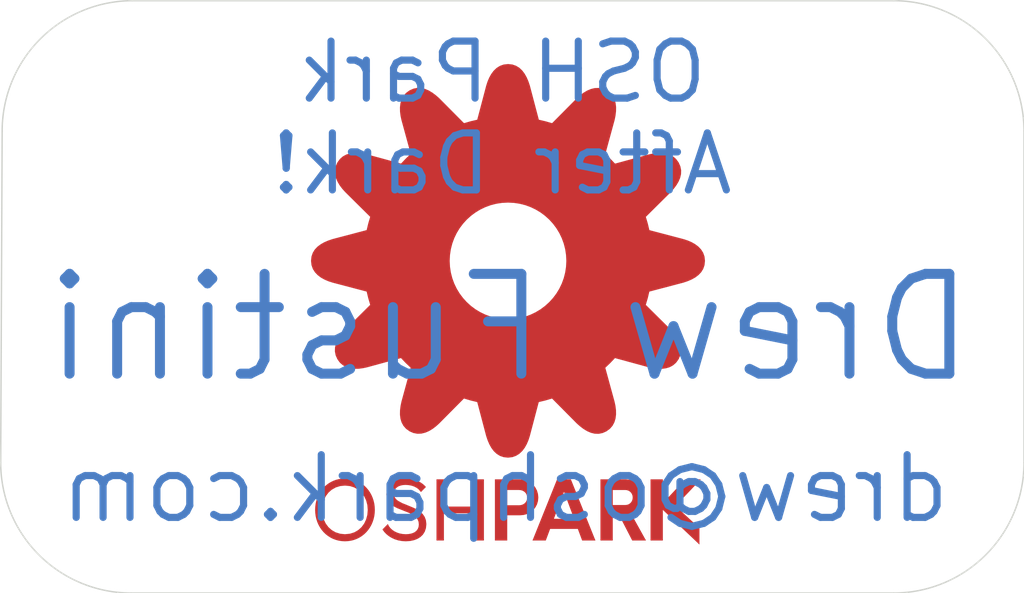
<source format=kicad_pcb>
(kicad_pcb (version 20171130) (host pcbnew 5.1.4-e60b266~84~ubuntu19.04.1)

  (general
    (thickness 1.6)
    (drawings 12)
    (tracks 0)
    (zones 0)
    (modules 1)
    (nets 1)
  )

  (page A4)
  (layers
    (0 F.Cu signal)
    (31 B.Cu signal)
    (32 B.Adhes user)
    (33 F.Adhes user)
    (34 B.Paste user)
    (35 F.Paste user)
    (36 B.SilkS user)
    (37 F.SilkS user)
    (38 B.Mask user)
    (39 F.Mask user)
    (40 Dwgs.User user)
    (41 Cmts.User user)
    (42 Eco1.User user)
    (43 Eco2.User user)
    (44 Edge.Cuts user)
    (45 Margin user)
    (46 B.CrtYd user)
    (47 F.CrtYd user)
    (48 B.Fab user)
    (49 F.Fab user)
  )

  (setup
    (last_trace_width 0.25)
    (trace_clearance 0.2)
    (zone_clearance 0.508)
    (zone_45_only no)
    (trace_min 0.2)
    (via_size 0.8)
    (via_drill 0.4)
    (via_min_size 0.4)
    (via_min_drill 0.3)
    (uvia_size 0.3)
    (uvia_drill 0.1)
    (uvias_allowed no)
    (uvia_min_size 0.2)
    (uvia_min_drill 0.1)
    (edge_width 0.05)
    (segment_width 0.2)
    (pcb_text_width 0.3)
    (pcb_text_size 1.5 1.5)
    (mod_edge_width 0.12)
    (mod_text_size 1 1)
    (mod_text_width 0.15)
    (pad_size 1.524 1.524)
    (pad_drill 0.762)
    (pad_to_mask_clearance 0.051)
    (solder_mask_min_width 0.25)
    (aux_axis_origin 0 0)
    (visible_elements FFFFFF7F)
    (pcbplotparams
      (layerselection 0x010fc_ffffffff)
      (usegerberextensions false)
      (usegerberattributes false)
      (usegerberadvancedattributes false)
      (creategerberjobfile false)
      (excludeedgelayer true)
      (linewidth 0.100000)
      (plotframeref false)
      (viasonmask false)
      (mode 1)
      (useauxorigin false)
      (hpglpennumber 1)
      (hpglpenspeed 20)
      (hpglpendiameter 15.000000)
      (psnegative false)
      (psa4output false)
      (plotreference true)
      (plotvalue true)
      (plotinvisibletext false)
      (padsonsilk false)
      (subtractmaskfromsilk false)
      (outputformat 1)
      (mirror false)
      (drillshape 1)
      (scaleselection 1)
      (outputdirectory ""))
  )

  (net 0 "")

  (net_class Default "This is the default net class."
    (clearance 0.2)
    (trace_width 0.25)
    (via_dia 0.8)
    (via_drill 0.4)
    (uvia_dia 0.3)
    (uvia_drill 0.1)
  )

  (module oshpark:OSH_small (layer F.Cu) (tedit 5DA115EB) (tstamp 5D3E8100)
    (at 144.4752 72.39)
    (descr "Imported from OSHPARK.svg")
    (tags svg2mod)
    (attr smd)
    (fp_text reference OSH_small (at 0 -11.457835) (layer F.Cu) hide
      (effects (font (size 1.524 1.524) (thickness 0.3048)))
    )
    (fp_text value G*** (at 0 11.457835) (layer F.Cu) hide
      (effects (font (size 1.524 1.524) (thickness 0.3048)))
    )
    (fp_poly (pts (xy 0.00118 -8.409695) (xy 0.00043 -3.623025) (xy 0.21316 -3.612325) (xy 0.41974 -3.580825)
      (xy 0.61914 -3.529525) (xy 0.81031 -3.459525) (xy 0.99219 -3.371925) (xy 1.16375 -3.267695)
      (xy 1.32394 -3.147905) (xy 1.4717 -3.013605) (xy 1.606 -2.865845) (xy 1.72579 -2.705655)
      (xy 1.83001 -2.534105) (xy 1.91761 -2.352215) (xy 1.98761 -2.161055) (xy 2.03891 -1.961655)
      (xy 2.07041 -1.755065) (xy 2.08111 -1.542335) (xy 2.07041 -1.329495) (xy 2.03891 -1.122805)
      (xy 1.98771 -0.923315) (xy 1.91781 -0.732055) (xy 1.83021 -0.550075) (xy 1.726 -0.378435)
      (xy 1.60622 -0.218175) (xy 1.47192 -0.070335) (xy 1.32415 0.064025) (xy 1.16396 0.183875)
      (xy 0.99238 0.288155) (xy 0.81047 0.375855) (xy 0.61928 0.445855) (xy 0.41984 0.497155)
      (xy 0.21321 0.528655) (xy 0.00043 0.539455) (xy -0.21235 0.528655) (xy -0.41897 0.497155)
      (xy -0.6184 0.445855) (xy -0.80958 0.375855) (xy -0.99147 0.288155) (xy -1.16302 0.183875)
      (xy -1.3232 0.064025) (xy -1.47095 -0.070335) (xy -1.60524 -0.218175) (xy -1.72501 -0.378435)
      (xy -1.82922 -0.550075) (xy -1.91682 -0.732055) (xy -1.98682 -0.923315) (xy -2.03812 -1.122805)
      (xy -2.06962 -1.329495) (xy -2.08032 -1.542335) (xy -2.06962 -1.755065) (xy -2.03812 -1.961655)
      (xy -1.98682 -2.161055) (xy -1.91682 -2.352215) (xy -1.82922 -2.534105) (xy -1.72501 -2.705655)
      (xy -1.60524 -2.865845) (xy -1.47095 -3.013605) (xy -1.3232 -3.147905) (xy -1.16302 -3.267695)
      (xy -0.99147 -3.371925) (xy -0.80958 -3.459525) (xy -0.6184 -3.529525) (xy -0.41897 -3.580825)
      (xy -0.21235 -3.612325) (xy 0.00043 -3.623025) (xy 0.00118 -8.409695) (xy -0.14129 -8.393995)
      (xy -0.2674 -8.349495) (xy -0.378 -8.279795) (xy -0.4739 -8.188495) (xy -0.556 -8.079355)
      (xy -0.6251 -7.956025) (xy -0.6821 -7.822195) (xy -0.7278 -7.681515) (xy -1.04856 -6.462625)
      (xy -1.30304 -6.403425) (xy -1.55293 -6.331225) (xy -2.43795 -7.223815) (xy -2.5541 -7.325575)
      (xy -2.67331 -7.414275) (xy -2.79523 -7.486675) (xy -2.91953 -7.539575) (xy -3.04586 -7.569675)
      (xy -3.17388 -7.573675) (xy -3.30323 -7.548275) (xy -3.43358 -7.490275) (xy -3.54913 -7.405275)
      (xy -3.63603 -7.303485) (xy -3.69693 -7.187695) (xy -3.73433 -7.060655) (xy -3.75073 -6.925095)
      (xy -3.74873 -6.783755) (xy -3.73103 -6.639375) (xy -3.70003 -6.494705) (xy -3.36893 -5.282225)
      (xy -3.55878 -5.102185) (xy -3.73879 -4.912505) (xy -4.95156 -5.242875) (xy -5.10317 -5.273475)
      (xy -5.25088 -5.290975) (xy -5.39277 -5.292975) (xy -5.5269 -5.276575) (xy -5.65135 -5.239375)
      (xy -5.76419 -5.178675) (xy -5.86349 -5.091975) (xy -5.94729 -4.976645) (xy -6.00489 -4.845335)
      (xy -6.02929 -4.713775) (xy -6.02429 -4.583095) (xy -5.99309 -4.454385) (xy -5.93949 -4.328745)
      (xy -5.86709 -4.207285) (xy -5.77959 -4.091105) (xy -5.68049 -3.981305) (xy -4.78848 -3.096875)
      (xy -4.86248 -2.846755) (xy -4.92388 -2.591195) (xy -6.13913 -2.271315) (xy -6.28557 -2.221815)
      (xy -6.42211 -2.163015) (xy -6.54579 -2.093715) (xy -6.65364 -2.012515) (xy -6.74264 -1.918115)
      (xy -6.80994 -1.809295) (xy -6.85244 -1.684715) (xy -6.86724 -1.543065) (xy -6.85154 -1.400675)
      (xy -6.80704 -1.274595) (xy -6.73724 -1.163985) (xy -6.64594 -1.068085) (xy -6.5368 -0.985985)
      (xy -6.41347 -0.916885) (xy -6.27964 -0.859985) (xy -6.13897 -0.814385) (xy -4.92372 -0.494365)
      (xy -4.86232 -0.239235) (xy -4.78842 0.010885) (xy -5.68043 0.895605) (xy -5.78261 1.011585)
      (xy -5.87161 1.130695) (xy -5.94411 1.252585) (xy -5.99701 1.376885) (xy -6.02701 1.503265)
      (xy -6.03101 1.631355) (xy -6.00551 1.760795) (xy -5.94741 1.891235) (xy -5.86251 2.006695)
      (xy -5.76079 2.093495) (xy -5.64502 2.154295) (xy -5.51794 2.191595) (xy -5.38232 2.207995)
      (xy -5.24091 2.205995) (xy -5.09648 2.188395) (xy -4.95178 2.157595) (xy -3.73916 1.826495)
      (xy -3.55915 2.015885) (xy -3.36929 2.196065) (xy -3.70039 3.409125) (xy -3.73109 3.560565)
      (xy -3.74869 3.708175) (xy -3.75069 3.850005) (xy -3.73429 3.984105) (xy -3.69709 4.108515)
      (xy -3.63639 4.221295) (xy -3.54959 4.320495) (xy -3.43416 4.404195) (xy -3.30285 4.461895)
      (xy -3.17132 4.486395) (xy -3.04066 4.481395) (xy -2.91197 4.450195) (xy -2.78636 4.396595)
      (xy -2.66492 4.324295) (xy -2.54876 4.236795) (xy -2.43897 4.137795) (xy -1.55409 3.245195)
      (xy -1.30401 3.319295) (xy -1.0487 3.380995) (xy -0.72882 4.596245) (xy -0.67942 4.742405)
      (xy -0.62072 4.878745) (xy -0.55142 5.002265) (xy -0.47012 5.110005) (xy -0.37562 5.199005)
      (xy -0.26663 5.266305) (xy -0.14183 5.308805) (xy 0.0001 5.323605) (xy 0.1423 5.307905)
      (xy 0.26821 5.263405) (xy 0.37868 5.193705) (xy 0.47448 5.102505) (xy 0.55658 4.993495)
      (xy 0.62568 4.870315) (xy 0.68268 4.736655) (xy 0.72838 4.596185) (xy 1.04825 3.380645)
      (xy 1.30343 3.319445) (xy 1.55379 3.245445) (xy 2.43852 4.137905) (xy 2.55442 4.240085)
      (xy 2.67348 4.329085) (xy 2.79535 4.401685) (xy 2.91965 4.454585) (xy 3.04602 4.484585)
      (xy 3.17409 4.488585) (xy 3.30349 4.462985) (xy 3.43386 4.404785) (xy 3.5493 4.319985)
      (xy 3.6361 4.218365) (xy 3.6969 4.102685) (xy 3.7342 3.975695) (xy 3.7507 3.840155)
      (xy 3.7487 3.698805) (xy 3.7312 3.554415) (xy 3.7006 3.409725) (xy 3.36921 2.196675)
      (xy 3.55866 2.016495) (xy 3.73849 1.827095) (xy 4.95155 2.158195) (xy 5.10316 2.188595)
      (xy 5.25086 2.205995) (xy 5.39274 2.207995) (xy 5.52685 2.191495) (xy 5.65126 2.154195)
      (xy 5.76405 2.093495) (xy 5.86325 2.006695) (xy 5.94695 1.891265) (xy 6.00455 1.759975)
      (xy 6.02895 1.628485) (xy 6.02395 1.497875) (xy 5.99275 1.369255) (xy 5.93915 1.243685)
      (xy 5.86685 1.122265) (xy 5.77935 1.006085) (xy 5.68035 0.896225) (xy 4.78804 0.011495)
      (xy 4.86214 -0.238625) (xy 4.92344 -0.493755) (xy 6.13868 -0.813785) (xy 6.28522 -0.863185)
      (xy 6.42183 -0.921885) (xy 6.54556 -0.991285) (xy 6.65344 -1.072585) (xy 6.74254 -1.167085)
      (xy 6.80984 -1.276075) (xy 6.85244 -1.400845) (xy 6.86724 -1.542705) (xy 6.85194 -1.684715)
      (xy 6.80764 -1.810495) (xy 6.73804 -1.920855) (xy 6.64694 -2.016655) (xy 6.53789 -2.098655)
      (xy 6.41461 -2.167755) (xy 6.2808 -2.224755) (xy 6.14013 -2.270455) (xy 4.92488 -2.590335)
      (xy 4.86358 -2.845855) (xy 4.78948 -3.095735) (xy 5.68179 -3.980895) (xy 5.78395 -4.096695)
      (xy 5.87285 -4.215675) (xy 5.94535 -4.337485) (xy 5.99815 -4.461745) (xy 6.02805 -4.588095)
      (xy 6.03205 -4.716185) (xy 6.00655 -4.845635) (xy 5.94845 -4.976085) (xy 5.86365 -5.091375)
      (xy 5.76206 -5.178075) (xy 5.64641 -5.238875) (xy 5.51943 -5.276175) (xy 5.38387 -5.292675)
      (xy 5.24246 -5.290675) (xy 5.09796 -5.273075) (xy 4.9531 -5.242275) (xy 3.74019 -4.911755)
      (xy 3.5604 -5.101105) (xy 3.3712 -5.281035) (xy 3.70215 -6.493945) (xy 3.73265 -6.645465)
      (xy 3.75005 -6.793085) (xy 3.75205 -6.934915) (xy 3.73565 -7.069005) (xy 3.69835 -7.193445)
      (xy 3.63755 -7.306295) (xy 3.55075 -7.405695) (xy 3.43522 -7.489595) (xy 3.30408 -7.547095)
      (xy 3.17265 -7.571395) (xy 3.04204 -7.566395) (xy 2.91335 -7.535095) (xy 2.78769 -7.481395)
      (xy 2.66618 -7.408995) (xy 2.54992 -7.321595) (xy 2.44003 -7.222795) (xy 1.55545 -6.330485)
      (xy 1.30598 -6.402785) (xy 1.05107 -6.462485) (xy 0.73018 -7.681375) (xy 0.68058 -7.827915)
      (xy 0.62168 -7.964525) (xy 0.55228 -8.088255) (xy 0.47098 -8.196135) (xy 0.37658 -8.285235)
      (xy 0.2677 -8.352535) (xy 0.14304 -8.395035) (xy 0.0013 -8.409835) (xy 0.00118 -8.409695)) (layer F.Cu) (width 0.073847))
    (fp_poly (pts (xy -5.71389 8.295375) (xy -5.71389 8.046425) (xy -5.88469 8.029425) (xy -6.03947 7.980425)
      (xy -6.17614 7.902625) (xy -6.29262 7.799265) (xy -6.38682 7.673515) (xy -6.45672 7.528545)
      (xy -6.50022 7.367545) (xy -6.51512 7.193705) (xy -6.50022 7.019865) (xy -6.45672 6.858865)
      (xy -6.38682 6.713895) (xy -6.29262 6.588145) (xy -6.17614 6.484785) (xy -6.03947 6.406985)
      (xy -5.88469 6.357985) (xy -5.71389 6.340985) (xy -5.54238 6.357985) (xy -5.38754 6.406985)
      (xy -5.25128 6.484785) (xy -5.13551 6.588145) (xy -5.04211 6.713895) (xy -4.97301 6.858865)
      (xy -4.93021 7.019865) (xy -4.91551 7.193705) (xy -4.93021 7.367545) (xy -4.97301 7.528545)
      (xy -5.04211 7.673515) (xy -5.13551 7.799265) (xy -5.25128 7.902625) (xy -5.38754 7.980425)
      (xy -5.54238 8.029425) (xy -5.71389 8.046425) (xy -5.71389 8.295375) (xy -5.60215 8.289375)
      (xy -5.49471 8.272675) (xy -5.39197 8.245575) (xy -5.29437 8.208575) (xy -5.20217 8.162275)
      (xy -5.11587 8.107175) (xy -5.03597 8.043775) (xy -4.96277 7.972775) (xy -4.89667 7.894575)
      (xy -4.83807 7.809775) (xy -4.78737 7.718975) (xy -4.74497 7.622675) (xy -4.71127 7.521405)
      (xy -4.68667 7.415745) (xy -4.67167 7.306225) (xy -4.66667 7.193415) (xy -4.67167 7.080595)
      (xy -4.68667 6.971085) (xy -4.71127 6.865415) (xy -4.74497 6.764145) (xy -4.78737 6.667845)
      (xy -4.83807 6.577045) (xy -4.89667 6.492245) (xy -4.96277 6.414045) (xy -5.03597 6.342945)
      (xy -5.11587 6.279545) (xy -5.20217 6.224445) (xy -5.29437 6.178145) (xy -5.39197 6.141145)
      (xy -5.49471 6.114045) (xy -5.60215 6.097345) (xy -5.71389 6.091345) (xy -5.82609 6.097345)
      (xy -5.93388 6.114045) (xy -6.03687 6.141145) (xy -6.13467 6.178145) (xy -6.22687 6.224445)
      (xy -6.31307 6.279545) (xy -6.39297 6.342945) (xy -6.46607 6.414045) (xy -6.53207 6.492245)
      (xy -6.59047 6.577045) (xy -6.64097 6.667845) (xy -6.68317 6.764145) (xy -6.71667 6.865415)
      (xy -6.74107 6.971085) (xy -6.75597 7.080595) (xy -6.76097 7.193415) (xy -6.75597 7.306225)
      (xy -6.74107 7.415745) (xy -6.71667 7.521405) (xy -6.68317 7.622675) (xy -6.64097 7.718975)
      (xy -6.59047 7.809775) (xy -6.53207 7.894575) (xy -6.46607 7.972775) (xy -6.39297 8.043775)
      (xy -6.31307 8.107175) (xy -6.22687 8.162275) (xy -6.13467 8.208575) (xy -6.03687 8.245575)
      (xy -5.93388 8.272675) (xy -5.82609 8.289375) (xy -5.71389 8.295375)) (layer F.Cu) (width 0))
    (fp_poly (pts (xy -3.5907 8.295375) (xy -3.44187 8.286375) (xy -3.30406 8.258975) (xy -3.18001 8.212975)
      (xy -3.07241 8.147975) (xy -2.98401 8.063675) (xy -2.91751 7.959725) (xy -2.87561 7.835805)
      (xy -2.86101 7.691555) (xy -2.87691 7.552235) (xy -2.92141 7.434915) (xy -2.98981 7.336615)
      (xy -3.07751 7.254415) (xy -3.17982 7.185415) (xy -3.29208 7.126615) (xy -3.52784 7.027715)
      (xy -3.70664 6.955515) (xy -3.85727 6.872815) (xy -3.91627 6.823915) (xy -3.96127 6.768115)
      (xy -3.98997 6.703915) (xy -4.00007 6.629915) (xy -3.99207 6.554915) (xy -3.96807 6.490615)
      (xy -3.93017 6.436915) (xy -3.88027 6.393515) (xy -3.82017 6.360115) (xy -3.75177 6.336615)
      (xy -3.67677 6.322615) (xy -3.59697 6.317615) (xy -3.50107 6.322615) (xy -3.41297 6.336315)
      (xy -3.33277 6.358215) (xy -3.26037 6.387715) (xy -3.19597 6.424015) (xy -3.13947 6.466415)
      (xy -3.05047 6.566885) (xy -2.87592 6.389475) (xy -2.93462 6.327375) (xy -3.00322 6.270575)
      (xy -3.08132 6.219875) (xy -3.16862 6.176275) (xy -3.26472 6.140775) (xy -3.36936 6.114275)
      (xy -3.48217 6.097675) (xy -3.60284 6.091675) (xy -3.73476 6.100675) (xy -3.85823 6.127675)
      (xy -3.97043 6.172275) (xy -4.06853 6.234275) (xy -4.14973 6.313275) (xy -4.21123 6.408975)
      (xy -4.25023 6.521165) (xy -4.26383 6.649475) (xy -4.24983 6.769025) (xy -4.21043 6.869725)
      (xy -4.14943 6.954225) (xy -4.07063 7.025125) (xy -3.97793 7.085025) (xy -3.87509 7.136525)
      (xy -3.6543 7.224725) (xy -3.4565 7.304325) (xy -3.3666 7.348925) (xy -3.2866 7.399625)
      (xy -3.2195 7.458525) (xy -3.1682 7.527725) (xy -3.1357 7.609325) (xy -3.1249 7.705425)
      (xy -3.1349 7.789025) (xy -3.1618 7.860025) (xy -3.2038 7.918825) (xy -3.2593 7.965825)
      (xy -3.3266 8.001625) (xy -3.404 8.026625) (xy -3.4899 8.041225) (xy -3.5826 8.046225)
      (xy -3.69075 8.039225) (xy -3.79323 8.020125) (xy -3.88863 7.989225) (xy -3.97563 7.947425)
      (xy -4.05283 7.895625) (xy -4.11893 7.834625) (xy -4.17243 7.765125) (xy -4.21203 7.688125)
      (xy -4.40088 7.879845) (xy -4.33778 7.967545) (xy -4.26108 8.047345) (xy -4.17208 8.118045)
      (xy -4.07218 8.178545) (xy -3.96276 8.227645) (xy -3.84518 8.264145) (xy -3.72084 8.286945)
      (xy -3.59109 8.294945) (xy -3.5907 8.295375)) (layer F.Cu) (width 0))
    (fp_poly (pts (xy -1.10433 6.120635) (xy -1.10433 7.076375) (xy -2.24607 7.076375) (xy -2.24607 6.120635)
      (xy -2.50646 6.120635) (xy -2.50646 8.266755) (xy -2.24607 8.266755) (xy -2.24607 7.311015)
      (xy -1.10433 7.311015) (xy -1.10433 8.266755) (xy -0.84394 8.266755) (xy -0.84394 6.120635)
      (xy -1.10433 6.120635)) (layer F.Cu) (width 0))
    (fp_poly (pts (xy 0.42791 6.120635) (xy -0.02711 6.495535) (xy 0.38781 6.495535) (xy 0.44521 6.500535)
      (xy 0.49851 6.515035) (xy 0.54661 6.538335) (xy 0.58851 6.569635) (xy 0.62301 6.608335)
      (xy 0.64901 6.653735) (xy 0.66541 6.705135) (xy 0.67141 6.761735) (xy 0.66541 6.820135)
      (xy 0.64901 6.872535) (xy 0.62301 6.918535) (xy 0.58851 6.957435) (xy 0.54661 6.988635)
      (xy 0.49851 7.011635) (xy 0.44521 7.025835) (xy 0.38781 7.030835) (xy 0.38781 7.030635)
      (xy -0.02711 7.030635) (xy -0.02711 6.495535) (xy 0.42791 6.120635) (xy -0.45915 6.120635)
      (xy -0.45915 8.266755) (xy -0.02707 8.266755) (xy -0.02707 7.382555) (xy 0.42791 7.382555)
      (xy 0.5579 7.370355) (xy 0.67807 7.335055) (xy 0.78609 7.278855) (xy 0.87969 7.203855)
      (xy 0.95649 7.112155) (xy 1.01419 7.006005) (xy 1.05049 6.887525) (xy 1.06309 6.758845)
      (xy 1.05049 6.630375) (xy 1.01419 6.510655) (xy 0.95649 6.402275) (xy 0.87969 6.307775)
      (xy 0.78609 6.229775) (xy 0.67807 6.170875) (xy 0.5579 6.133675) (xy 0.42791 6.120675)
      (xy 0.42791 6.120635)) (layer F.Cu) (width 0))
    (fp_poly (pts (xy 2.59844 8.266755) (xy 1.96319 6.558445) (xy 2.31515 7.505595) (xy 1.60836 7.505595)
      (xy 1.96319 6.558445) (xy 2.59844 8.266755) (xy 3.06487 8.266755) (xy 2.20355 6.120635)
      (xy 1.71996 6.120635) (xy 0.85865 8.266755) (xy 1.32508 8.266755) (xy 1.47674 7.860425)
      (xy 2.44678 7.860425) (xy 2.59844 8.266755)) (layer F.Cu) (width 0))
    (fp_poly (pts (xy 4.31659 7.328185) (xy 4.11009 7.022185) (xy 3.67228 7.022185) (xy 3.67228 6.495675)
      (xy 4.11009 6.495675) (xy 4.16319 6.500675) (xy 4.21239 6.515675) (xy 4.25669 6.539575)
      (xy 4.29509 6.571375) (xy 4.32669 6.610075) (xy 4.35039 6.654875) (xy 4.36539 6.704775)
      (xy 4.37039 6.758775) (xy 4.36539 6.812775) (xy 4.35069 6.862675) (xy 4.32729 6.907475)
      (xy 4.29609 6.946175) (xy 4.25789 6.977975) (xy 4.21359 7.001875) (xy 4.16399 7.016875)
      (xy 4.11009 7.021875) (xy 4.11009 7.022185) (xy 4.31659 7.328185) (xy 4.41049 7.296585)
      (xy 4.49619 7.251785) (xy 4.57229 7.194785) (xy 4.63749 7.126585) (xy 4.69049 7.048185)
      (xy 4.72989 6.960585) (xy 4.75449 6.864785) (xy 4.76249 6.761805) (xy 4.74979 6.631575)
      (xy 4.71319 6.510755) (xy 4.65509 6.401815) (xy 4.57799 6.307215) (xy 4.48419 6.229415)
      (xy 4.37621 6.170715) (xy 4.25643 6.133715) (xy 4.12726 6.120815) (xy 3.2402 6.120815)
      (xy 3.2402 8.266935) (xy 3.67228 8.266935) (xy 3.67228 7.356985) (xy 3.88403 7.356985)
      (xy 4.35332 8.266935) (xy 4.83691 8.266935) (xy 4.31612 7.328365) (xy 4.31659 7.328185)) (layer F.Cu) (width 0))
    (fp_poly (pts (xy 6.76111 6.120635) (xy 6.20884 6.120635) (xy 5.42765 6.959055) (xy 5.42765 6.120635)
      (xy 4.99557 6.120635) (xy 4.99557 8.266755) (xy 5.42765 8.266755) (xy 5.42765 7.193695)
      (xy 6.7096 8.409835) (xy 6.7096 7.831805) (xy 5.87118 7.056345) (xy 6.76111 6.120635)) (layer F.Cu) (width 0))
  )

  (gr_poly (pts (xy 129.54 63.5) (xy 160.02 63.5) (xy 160.02 81.28) (xy 129.54 81.28)) (layer F.Mask) (width 0.1))
  (gr_text drew@oshpark.com (at 144.3736 78.8416) (layer B.Cu) (tstamp 5D3E80A6)
    (effects (font (size 2.2 2.2) (thickness 0.25)) (justify mirror))
  )
  (gr_text "Drew Fustini" (at 144.526 73.2028) (layer B.Cu) (tstamp 5D3E808C)
    (effects (font (size 3.5 3.5) (thickness 0.35)) (justify mirror))
  )
  (gr_text "OSH Park\nAfter Dark!" (at 144.272 65.8368) (layer B.Cu) (tstamp 5D570921)
    (effects (font (size 2 2) (thickness 0.25)) (justify mirror))
  )
  (gr_line (start 126.746 66.294) (end 126.6952 77.9272) (layer Edge.Cuts) (width 0.05) (tstamp 5CD3EA20))
  (gr_line (start 157.988 82.4992) (end 131.2672 82.4992) (layer Edge.Cuts) (width 0.05) (tstamp 5CD3EA01))
  (gr_line (start 162.56 66.294) (end 162.56 77.9272) (layer Edge.Cuts) (width 0.05) (tstamp 5CD3E9C1))
  (gr_line (start 131.318 61.722) (end 157.988 61.722) (layer Edge.Cuts) (width 0.05) (tstamp 5CD3E9A9))
  (gr_arc (start 157.988 77.9272) (end 157.988 82.4992) (angle -90) (layer Edge.Cuts) (width 0.05) (tstamp 5CD3E94D))
  (gr_arc (start 131.2672 77.9272) (end 126.6952 77.9272) (angle -90) (layer Edge.Cuts) (width 0.05) (tstamp 5CD3E932))
  (gr_arc (start 131.318 66.294) (end 131.318 61.722) (angle -90) (layer Edge.Cuts) (width 0.05) (tstamp 5CD3E8FE))
  (gr_arc (start 157.988 66.294) (end 162.56 66.294) (angle -90) (layer Edge.Cuts) (width 0.05))

)

</source>
